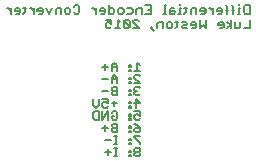
<source format=gbo>
G75*
%MOIN*%
%OFA0B0*%
%FSLAX24Y24*%
%IPPOS*%
%LPD*%
%AMOC8*
5,1,8,0,0,1.08239X$1,22.5*
%
%ADD10C,0.0050*%
D10*
X004302Y002205D02*
X004395Y002205D01*
X004349Y002205D02*
X004349Y002485D01*
X004395Y002485D02*
X004302Y002485D01*
X004099Y002439D02*
X004099Y002252D01*
X004006Y002345D02*
X004193Y002345D01*
X004302Y002611D02*
X004395Y002611D01*
X004349Y002611D02*
X004349Y002891D01*
X004395Y002891D02*
X004302Y002891D01*
X004193Y002751D02*
X004006Y002751D01*
X004255Y003018D02*
X004395Y003018D01*
X004395Y003298D01*
X004255Y003298D01*
X004209Y003251D01*
X004209Y003204D01*
X004255Y003158D01*
X004395Y003158D01*
X004255Y003158D02*
X004209Y003111D01*
X004209Y003064D01*
X004255Y003018D01*
X004091Y003158D02*
X003905Y003158D01*
X003998Y003251D02*
X003998Y003064D01*
X003905Y003424D02*
X003905Y003704D01*
X003788Y003704D02*
X003648Y003704D01*
X003601Y003657D01*
X003601Y003470D01*
X003648Y003424D01*
X003788Y003424D01*
X003788Y003704D01*
X003694Y003830D02*
X003601Y003923D01*
X003601Y004110D01*
X003788Y004110D02*
X003788Y003923D01*
X003694Y003830D01*
X003905Y003877D02*
X003951Y003830D01*
X004045Y003830D01*
X004091Y003877D01*
X003905Y003877D02*
X003905Y003970D01*
X003951Y004017D01*
X003998Y004017D01*
X004091Y003970D01*
X004091Y004110D01*
X003905Y004110D01*
X004209Y003970D02*
X004395Y003970D01*
X004302Y003877D02*
X004302Y004064D01*
X004255Y004236D02*
X004395Y004236D01*
X004395Y004516D01*
X004255Y004516D01*
X004209Y004470D01*
X004209Y004423D01*
X004255Y004376D01*
X004395Y004376D01*
X004255Y004376D02*
X004209Y004330D01*
X004209Y004283D01*
X004255Y004236D01*
X004091Y004376D02*
X003905Y004376D01*
X004209Y004643D02*
X004209Y004829D01*
X004302Y004923D01*
X004395Y004829D01*
X004395Y004643D01*
X004395Y004783D02*
X004209Y004783D01*
X004091Y004783D02*
X003905Y004783D01*
X003998Y005095D02*
X003998Y005282D01*
X004091Y005189D02*
X003905Y005189D01*
X004209Y005189D02*
X004395Y005189D01*
X004395Y005236D02*
X004302Y005329D01*
X004209Y005236D01*
X004209Y005049D01*
X004395Y005049D02*
X004395Y005236D01*
X004804Y005236D02*
X004804Y005189D01*
X004851Y005189D01*
X004851Y005236D01*
X004804Y005236D01*
X004804Y005095D02*
X004804Y005049D01*
X004851Y005049D01*
X004851Y005095D01*
X004804Y005095D01*
X004968Y005049D02*
X005155Y005049D01*
X005062Y005049D02*
X005062Y005329D01*
X005155Y005236D01*
X005108Y004923D02*
X005015Y004923D01*
X004968Y004876D01*
X004968Y004829D01*
X005155Y004643D01*
X004968Y004643D01*
X004851Y004643D02*
X004851Y004689D01*
X004804Y004689D01*
X004804Y004643D01*
X004851Y004643D01*
X004851Y004783D02*
X004851Y004829D01*
X004804Y004829D01*
X004804Y004783D01*
X004851Y004783D01*
X005108Y004923D02*
X005155Y004876D01*
X005108Y004516D02*
X005015Y004516D01*
X004968Y004470D01*
X004968Y004423D01*
X005015Y004376D01*
X004968Y004330D01*
X004968Y004283D01*
X005015Y004236D01*
X005108Y004236D01*
X005155Y004283D01*
X005062Y004376D02*
X005015Y004376D01*
X004851Y004376D02*
X004851Y004423D01*
X004804Y004423D01*
X004804Y004376D01*
X004851Y004376D01*
X004851Y004283D02*
X004851Y004236D01*
X004804Y004236D01*
X004804Y004283D01*
X004851Y004283D01*
X005015Y004110D02*
X005155Y003970D01*
X004968Y003970D01*
X004851Y003970D02*
X004851Y004017D01*
X004804Y004017D01*
X004804Y003970D01*
X004851Y003970D01*
X004851Y003877D02*
X004851Y003830D01*
X004804Y003830D01*
X004804Y003877D01*
X004851Y003877D01*
X005015Y003830D02*
X005015Y004110D01*
X005155Y004470D02*
X005108Y004516D01*
X005155Y003704D02*
X004968Y003704D01*
X005015Y003611D02*
X004968Y003564D01*
X004968Y003470D01*
X005015Y003424D01*
X005108Y003424D01*
X005155Y003470D01*
X005155Y003564D02*
X005062Y003611D01*
X005015Y003611D01*
X005155Y003564D02*
X005155Y003704D01*
X004851Y003611D02*
X004851Y003564D01*
X004804Y003564D01*
X004804Y003611D01*
X004851Y003611D01*
X004851Y003470D02*
X004851Y003424D01*
X004804Y003424D01*
X004804Y003470D01*
X004851Y003470D01*
X004968Y003298D02*
X005062Y003251D01*
X005155Y003158D01*
X005015Y003158D01*
X004968Y003111D01*
X004968Y003064D01*
X005015Y003018D01*
X005108Y003018D01*
X005155Y003064D01*
X005155Y003158D01*
X004851Y003158D02*
X004851Y003204D01*
X004804Y003204D01*
X004804Y003158D01*
X004851Y003158D01*
X004851Y003064D02*
X004851Y003018D01*
X004804Y003018D01*
X004804Y003064D01*
X004851Y003064D01*
X004968Y002891D02*
X004968Y002845D01*
X005155Y002658D01*
X005155Y002611D01*
X005108Y002485D02*
X005015Y002485D01*
X004968Y002439D01*
X004968Y002392D01*
X005015Y002345D01*
X005108Y002345D01*
X005155Y002392D01*
X005155Y002439D01*
X005108Y002485D01*
X005108Y002345D02*
X005155Y002298D01*
X005155Y002252D01*
X005108Y002205D01*
X005015Y002205D01*
X004968Y002252D01*
X004968Y002298D01*
X005015Y002345D01*
X004851Y002345D02*
X004851Y002392D01*
X004804Y002392D01*
X004804Y002345D01*
X004851Y002345D01*
X004851Y002252D02*
X004851Y002205D01*
X004804Y002205D01*
X004804Y002252D01*
X004851Y002252D01*
X004851Y002611D02*
X004851Y002658D01*
X004804Y002658D01*
X004804Y002611D01*
X004851Y002611D01*
X004851Y002751D02*
X004851Y002798D01*
X004804Y002798D01*
X004804Y002751D01*
X004851Y002751D01*
X004968Y002891D02*
X005155Y002891D01*
X004395Y003470D02*
X004349Y003424D01*
X004255Y003424D01*
X004209Y003470D01*
X004209Y003564D01*
X004302Y003564D01*
X004395Y003657D02*
X004395Y003470D01*
X004091Y003424D02*
X004091Y003704D01*
X003905Y003424D01*
X004209Y003657D02*
X004255Y003704D01*
X004349Y003704D01*
X004395Y003657D01*
X005621Y006393D02*
X005527Y006486D01*
X005574Y006486D01*
X005574Y006533D01*
X005527Y006533D01*
X005527Y006486D01*
X005738Y006486D02*
X005738Y006626D01*
X005784Y006673D01*
X005925Y006673D01*
X005925Y006486D01*
X006042Y006533D02*
X006042Y006626D01*
X006088Y006673D01*
X006182Y006673D01*
X006228Y006626D01*
X006228Y006533D01*
X006182Y006486D01*
X006088Y006486D01*
X006042Y006533D01*
X006338Y006486D02*
X006384Y006533D01*
X006384Y006720D01*
X006338Y006673D02*
X006431Y006673D01*
X006548Y006673D02*
X006688Y006673D01*
X006735Y006626D01*
X006688Y006580D01*
X006595Y006580D01*
X006548Y006533D01*
X006595Y006486D01*
X006735Y006486D01*
X006852Y006580D02*
X007039Y006580D01*
X007039Y006626D02*
X007039Y006533D01*
X006992Y006486D01*
X006899Y006486D01*
X006852Y006580D02*
X006852Y006626D01*
X006899Y006673D01*
X006992Y006673D01*
X007039Y006626D01*
X007156Y006486D02*
X007156Y006766D01*
X007343Y006766D02*
X007343Y006486D01*
X007249Y006580D01*
X007156Y006486D01*
X007763Y006580D02*
X007950Y006580D01*
X007950Y006626D02*
X007950Y006533D01*
X007904Y006486D01*
X007810Y006486D01*
X007763Y006580D02*
X007763Y006626D01*
X007810Y006673D01*
X007904Y006673D01*
X007950Y006626D01*
X008063Y006673D02*
X008204Y006580D01*
X008063Y006486D01*
X008204Y006486D02*
X008204Y006766D01*
X008321Y006673D02*
X008321Y006486D01*
X008461Y006486D01*
X008507Y006533D01*
X008507Y006673D01*
X008811Y006766D02*
X008811Y006486D01*
X008624Y006486D01*
X008671Y006955D02*
X008624Y007002D01*
X008624Y007189D01*
X008671Y007235D01*
X008811Y007235D01*
X008811Y006955D01*
X008671Y006955D01*
X008507Y006955D02*
X008414Y006955D01*
X008461Y006955D02*
X008461Y007142D01*
X008507Y007142D01*
X008461Y007235D02*
X008461Y007282D01*
X008258Y007189D02*
X008211Y007235D01*
X008258Y007189D02*
X008258Y006955D01*
X008056Y006955D02*
X008056Y007189D01*
X008009Y007235D01*
X008009Y007095D02*
X008102Y007095D01*
X008211Y007095D02*
X008305Y007095D01*
X007900Y007095D02*
X007900Y007002D01*
X007853Y006955D01*
X007760Y006955D01*
X007713Y007048D02*
X007900Y007048D01*
X007900Y007095D02*
X007853Y007142D01*
X007760Y007142D01*
X007713Y007095D01*
X007713Y007048D01*
X007596Y007048D02*
X007502Y007142D01*
X007456Y007142D01*
X007343Y007095D02*
X007343Y007002D01*
X007296Y006955D01*
X007202Y006955D01*
X007156Y007048D02*
X007343Y007048D01*
X007343Y007095D02*
X007296Y007142D01*
X007202Y007142D01*
X007156Y007095D01*
X007156Y007048D01*
X007039Y006955D02*
X007039Y007142D01*
X006899Y007142D01*
X006852Y007095D01*
X006852Y006955D01*
X006688Y007002D02*
X006641Y006955D01*
X006688Y007002D02*
X006688Y007189D01*
X006735Y007142D02*
X006641Y007142D01*
X006532Y007142D02*
X006486Y007142D01*
X006486Y006955D01*
X006532Y006955D02*
X006439Y006955D01*
X006330Y007002D02*
X006283Y007048D01*
X006143Y007048D01*
X006143Y007095D02*
X006143Y006955D01*
X006283Y006955D01*
X006330Y007002D01*
X006283Y007142D02*
X006190Y007142D01*
X006143Y007095D01*
X006026Y006955D02*
X005932Y006955D01*
X005979Y006955D02*
X005979Y007235D01*
X006026Y007235D01*
X006486Y007235D02*
X006486Y007282D01*
X005519Y007235D02*
X005519Y006955D01*
X005333Y006955D01*
X005216Y006955D02*
X005216Y007142D01*
X005075Y007142D01*
X005029Y007095D01*
X005029Y006955D01*
X004912Y007002D02*
X004865Y006955D01*
X004725Y006955D01*
X004608Y007002D02*
X004561Y006955D01*
X004468Y006955D01*
X004421Y007002D01*
X004421Y007095D01*
X004468Y007142D01*
X004561Y007142D01*
X004608Y007095D01*
X004608Y007002D01*
X004725Y007142D02*
X004865Y007142D01*
X004912Y007095D01*
X004912Y007002D01*
X005333Y007235D02*
X005519Y007235D01*
X005519Y007095D02*
X005426Y007095D01*
X005068Y006766D02*
X004974Y006766D01*
X004927Y006720D01*
X004927Y006673D01*
X005114Y006486D01*
X004927Y006486D01*
X004810Y006533D02*
X004624Y006720D01*
X004624Y006533D01*
X004670Y006486D01*
X004764Y006486D01*
X004810Y006533D01*
X004810Y006720D01*
X004764Y006766D01*
X004670Y006766D01*
X004624Y006720D01*
X004507Y006673D02*
X004413Y006766D01*
X004413Y006486D01*
X004320Y006486D02*
X004507Y006486D01*
X004203Y006533D02*
X004156Y006486D01*
X004063Y006486D01*
X004016Y006533D01*
X004016Y006626D01*
X004063Y006673D01*
X004109Y006673D01*
X004203Y006626D01*
X004203Y006766D01*
X004016Y006766D01*
X003953Y006955D02*
X003860Y006955D01*
X003953Y006955D02*
X004000Y007002D01*
X004000Y007095D01*
X003953Y007142D01*
X003860Y007142D01*
X003813Y007095D01*
X003813Y007048D01*
X004000Y007048D01*
X004117Y006955D02*
X004257Y006955D01*
X004304Y007002D01*
X004304Y007095D01*
X004257Y007142D01*
X004117Y007142D01*
X004117Y007235D02*
X004117Y006955D01*
X003696Y006955D02*
X003696Y007142D01*
X003603Y007142D02*
X003696Y007048D01*
X003603Y007142D02*
X003556Y007142D01*
X003139Y007189D02*
X003139Y007002D01*
X003093Y006955D01*
X002999Y006955D01*
X002952Y007002D01*
X002835Y007002D02*
X002789Y006955D01*
X002695Y006955D01*
X002649Y007002D01*
X002649Y007095D01*
X002695Y007142D01*
X002789Y007142D01*
X002835Y007095D01*
X002835Y007002D01*
X002952Y007189D02*
X002999Y007235D01*
X003093Y007235D01*
X003139Y007189D01*
X002531Y007142D02*
X002531Y006955D01*
X002345Y006955D02*
X002345Y007095D01*
X002391Y007142D01*
X002531Y007142D01*
X002228Y007142D02*
X002134Y006955D01*
X002041Y007142D01*
X001924Y007095D02*
X001877Y007142D01*
X001784Y007142D01*
X001737Y007095D01*
X001737Y007048D01*
X001924Y007048D01*
X001924Y007002D02*
X001924Y007095D01*
X001924Y007002D02*
X001877Y006955D01*
X001784Y006955D01*
X001620Y006955D02*
X001620Y007142D01*
X001620Y007048D02*
X001526Y007142D01*
X001480Y007142D01*
X001367Y007142D02*
X001273Y007142D01*
X001320Y007189D02*
X001320Y007002D01*
X001273Y006955D01*
X001164Y007002D02*
X001164Y007095D01*
X001117Y007142D01*
X001024Y007142D01*
X000977Y007095D01*
X000977Y007048D01*
X001164Y007048D01*
X001164Y007002D02*
X001117Y006955D01*
X001024Y006955D01*
X000860Y006955D02*
X000860Y007142D01*
X000767Y007142D02*
X000860Y007048D01*
X000767Y007142D02*
X000720Y007142D01*
X005068Y006766D02*
X005114Y006720D01*
X007596Y006955D02*
X007596Y007142D01*
M02*

</source>
